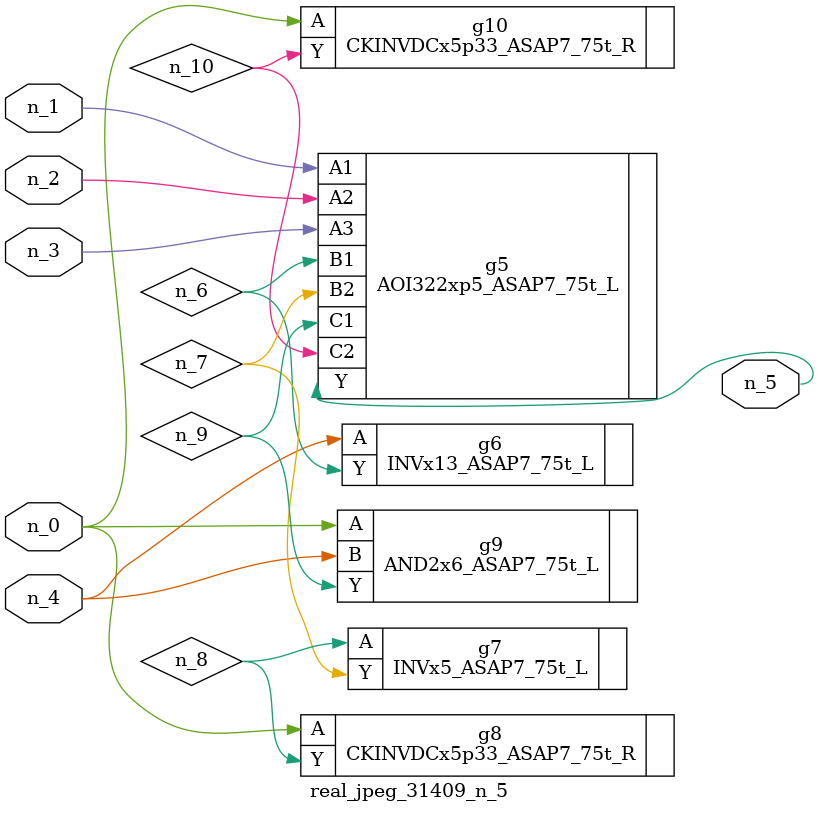
<source format=v>
module real_jpeg_31409_n_5 (n_4, n_0, n_1, n_2, n_3, n_5);

input n_4;
input n_0;
input n_1;
input n_2;
input n_3;

output n_5;

wire n_8;
wire n_6;
wire n_7;
wire n_10;
wire n_9;

CKINVDCx5p33_ASAP7_75t_R g8 ( 
.A(n_0),
.Y(n_8)
);

AND2x6_ASAP7_75t_L g9 ( 
.A(n_0),
.B(n_4),
.Y(n_9)
);

CKINVDCx5p33_ASAP7_75t_R g10 ( 
.A(n_0),
.Y(n_10)
);

AOI322xp5_ASAP7_75t_L g5 ( 
.A1(n_1),
.A2(n_2),
.A3(n_3),
.B1(n_6),
.B2(n_7),
.C1(n_9),
.C2(n_10),
.Y(n_5)
);

INVx13_ASAP7_75t_L g6 ( 
.A(n_4),
.Y(n_6)
);

INVx5_ASAP7_75t_L g7 ( 
.A(n_8),
.Y(n_7)
);


endmodule
</source>
